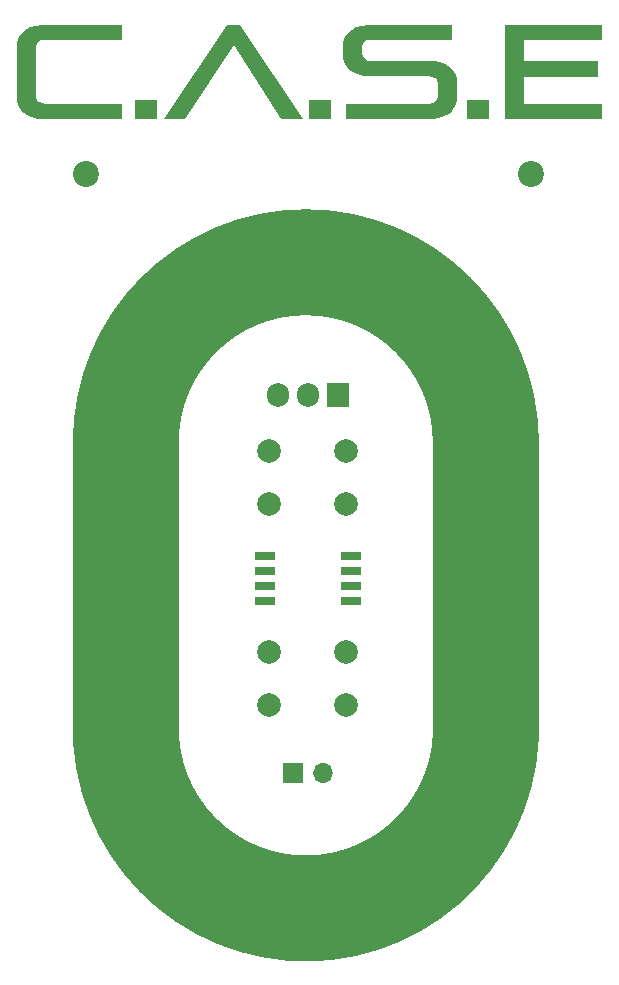
<source format=gbr>
%TF.GenerationSoftware,KiCad,Pcbnew,8.0.2*%
%TF.CreationDate,2024-06-06T14:13:48+02:00*%
%TF.ProjectId,nollbricka24,6e6f6c6c-6272-4696-936b-6132342e6b69,rev?*%
%TF.SameCoordinates,Original*%
%TF.FileFunction,Soldermask,Top*%
%TF.FilePolarity,Negative*%
%FSLAX46Y46*%
G04 Gerber Fmt 4.6, Leading zero omitted, Abs format (unit mm)*
G04 Created by KiCad (PCBNEW 8.0.2) date 2024-06-06 14:13:48*
%MOMM*%
%LPD*%
G01*
G04 APERTURE LIST*
G04 Aperture macros list*
%AMRotRect*
0 Rectangle, with rotation*
0 The origin of the aperture is its center*
0 $1 length*
0 $2 width*
0 $3 Rotation angle, in degrees counterclockwise*
0 Add horizontal line*
21,1,$1,$2,0,0,$3*%
G04 Aperture macros list end*
%ADD10C,9.000000*%
%ADD11C,0.300000*%
%ADD12R,1.700000X0.650000*%
%ADD13C,2.200000*%
%ADD14C,2.000000*%
%ADD15RotRect,2.000000X1.200000X5.000000*%
%ADD16RotRect,2.000000X1.200000X219.000000*%
%ADD17RotRect,2.000000X1.200000X39.000000*%
%ADD18RotRect,2.000000X1.200000X107.000000*%
%ADD19RotRect,2.000000X1.200000X355.000000*%
%ADD20R,2.000000X1.200000*%
%ADD21RotRect,2.000000X1.200000X73.000000*%
%ADD22RotRect,2.000000X1.200000X321.000000*%
%ADD23RotRect,2.000000X1.200000X253.000000*%
%ADD24RotRect,2.000000X1.200000X185.000000*%
%ADD25RotRect,2.000000X1.200000X287.000000*%
%ADD26RotRect,2.000000X1.200000X141.000000*%
%ADD27RotRect,2.000000X1.200000X175.000000*%
%ADD28R,1.700000X1.700000*%
%ADD29O,1.700000X1.700000*%
%ADD30R,1.905000X2.000000*%
%ADD31O,1.905000X2.000000*%
G04 APERTURE END LIST*
D10*
X115068538Y-61670000D02*
X115068538Y-85470000D01*
X84588538Y-62000000D02*
G75*
G02*
X115068538Y-62000000I15240000J0D01*
G01*
X115068538Y-85470000D02*
G75*
G02*
X84588545Y-85800000I-15233658J-750460D01*
G01*
X84588538Y-62000000D02*
X84588538Y-85800000D01*
D11*
G36*
X84288346Y-34640000D02*
G01*
X84288346Y-33350397D01*
X77873552Y-33350397D01*
X77454950Y-33308693D01*
X77092969Y-33115632D01*
X76952090Y-32726815D01*
X76951291Y-32686057D01*
X76951291Y-28592547D01*
X77051935Y-28214892D01*
X77412118Y-27980979D01*
X77813659Y-27928859D01*
X77873552Y-27928206D01*
X84288346Y-27928206D01*
X84288346Y-26636650D01*
X77873552Y-26636650D01*
X77390616Y-26657693D01*
X76963808Y-26719262D01*
X76478784Y-26860356D01*
X76085730Y-27063801D01*
X75780179Y-27324055D01*
X75514491Y-27720819D01*
X75369830Y-28186867D01*
X75335380Y-28602316D01*
X75335380Y-32674333D01*
X75369830Y-33090344D01*
X75476155Y-33468641D01*
X75716941Y-33880143D01*
X76001313Y-34153578D01*
X76372073Y-34371515D01*
X76833685Y-34528481D01*
X77242203Y-34602901D01*
X77706220Y-34637638D01*
X77873552Y-34640000D01*
X84288346Y-34640000D01*
G37*
G36*
X87238799Y-34640000D02*
G01*
X87238799Y-33059260D01*
X85355198Y-33059260D01*
X85355198Y-34640000D01*
X87238799Y-34640000D01*
G37*
G36*
X99589672Y-34640000D02*
G01*
X94296441Y-26636650D01*
X93143614Y-26636650D01*
X87819120Y-34640000D01*
X89626517Y-34640000D01*
X93725889Y-28348304D01*
X97758827Y-34640000D01*
X99589672Y-34640000D01*
G37*
G36*
X101963712Y-34640000D02*
G01*
X101963712Y-33059260D01*
X100080111Y-33059260D01*
X100080111Y-34640000D01*
X101963712Y-34640000D01*
G37*
G36*
X110133147Y-34640000D02*
G01*
X110616083Y-34619002D01*
X111042891Y-34557542D01*
X111527914Y-34416627D01*
X111920969Y-34213316D01*
X112226519Y-33953058D01*
X112492208Y-33555956D01*
X112636869Y-33089035D01*
X112671318Y-32672379D01*
X112671318Y-31693454D01*
X112636869Y-31276714D01*
X112530543Y-30897711D01*
X112289758Y-30485393D01*
X112005385Y-30211387D01*
X111634625Y-29992977D01*
X111173013Y-29835658D01*
X110764495Y-29761065D01*
X110300478Y-29726247D01*
X110133147Y-29723879D01*
X105496441Y-29723879D01*
X105077534Y-29682541D01*
X104714609Y-29491180D01*
X104573030Y-29105798D01*
X104572226Y-29065401D01*
X104572226Y-28586685D01*
X104693092Y-28185997D01*
X105034630Y-27980515D01*
X105436543Y-27928853D01*
X105496441Y-27928206D01*
X112233635Y-27928206D01*
X112233635Y-26636650D01*
X105496441Y-26636650D01*
X105013505Y-26657689D01*
X104586697Y-26719236D01*
X104101673Y-26860237D01*
X103708619Y-27063474D01*
X103403068Y-27323360D01*
X103137380Y-27719368D01*
X102992719Y-28184249D01*
X102958269Y-28598408D01*
X102958269Y-29053677D01*
X102992719Y-29467753D01*
X103099044Y-29844596D01*
X103339830Y-30254852D01*
X103624202Y-30527664D01*
X103994962Y-30745236D01*
X104456574Y-30902025D01*
X104865092Y-30976395D01*
X105329109Y-31011120D01*
X105496441Y-31013482D01*
X110133147Y-31013482D01*
X110550924Y-31055797D01*
X110913155Y-31250744D01*
X111054603Y-31640961D01*
X111055408Y-31681730D01*
X111055408Y-32682149D01*
X110954763Y-33061739D01*
X110594581Y-33297205D01*
X110193039Y-33349739D01*
X110133147Y-33350397D01*
X103216189Y-33350397D01*
X103216189Y-34640000D01*
X110133147Y-34640000D01*
G37*
G36*
X115328681Y-34640000D02*
G01*
X115328681Y-33059260D01*
X113445080Y-33059260D01*
X113445080Y-34640000D01*
X115328681Y-34640000D01*
G37*
G36*
X124924494Y-34640000D02*
G01*
X124924494Y-33350397D01*
X118306489Y-33350397D01*
X118306489Y-31054515D01*
X124588415Y-31054515D01*
X124588415Y-29762958D01*
X118306489Y-29762958D01*
X118306489Y-27928206D01*
X124924494Y-27928206D01*
X124924494Y-26636650D01*
X116690579Y-26636650D01*
X116690579Y-34640000D01*
X124924494Y-34640000D01*
G37*
D12*
%TO.C,U1*%
X96350000Y-71595000D03*
X96350000Y-72865000D03*
X96350000Y-74135000D03*
X96350000Y-75405000D03*
X103650000Y-75405000D03*
X103650000Y-74135000D03*
X103650000Y-72865000D03*
X103650000Y-71595000D03*
%TD*%
D13*
%TO.C,*%
X81217000Y-39324349D03*
%TD*%
D14*
%TO.C,SW2*%
X96750000Y-79750000D03*
X103250000Y-79750000D03*
X96750000Y-84250000D03*
X103250000Y-84250000D03*
%TD*%
D15*
%TO.C,D6*%
X112415516Y-59069810D03*
X112703130Y-62357253D03*
X117584484Y-61930190D03*
X117296870Y-58642747D03*
%TD*%
D16*
%TO.C,D13*%
X91399621Y-95335690D03*
X89322864Y-92771108D03*
X85514849Y-95854778D03*
X87591606Y-98419360D03*
%TD*%
D17*
%TO.C,D5*%
X108771883Y-52627075D03*
X110848640Y-55191657D03*
X114656655Y-52107987D03*
X112579898Y-49543405D03*
%TD*%
D18*
%TO.C,D3*%
X94809911Y-50288125D03*
X97965718Y-49323298D03*
X96533097Y-44637405D03*
X93377290Y-45602232D03*
%TD*%
D19*
%TO.C,D9*%
X112760475Y-85605512D03*
X112472861Y-88892955D03*
X117354215Y-89320018D03*
X117641829Y-86032575D03*
%TD*%
D13*
%TO.C,*%
X118936000Y-39324349D03*
%TD*%
D14*
%TO.C,SW1*%
X96750000Y-62750000D03*
X103250000Y-62750000D03*
X96750000Y-67250000D03*
X103250000Y-67250000D03*
%TD*%
D20*
%TO.C,D7*%
X112550000Y-67350000D03*
X112550000Y-70650000D03*
X117450000Y-70650000D03*
X117450000Y-67350000D03*
%TD*%
D21*
%TO.C,D4*%
X102148441Y-49323298D03*
X105304248Y-50288125D03*
X106736869Y-45602232D03*
X103581062Y-44637405D03*
%TD*%
D20*
%TO.C,D16*%
X87450000Y-70650000D03*
X87450000Y-67350000D03*
X82550000Y-67350000D03*
X82550000Y-70650000D03*
%TD*%
D22*
%TO.C,D10*%
X110905985Y-92771108D03*
X108829228Y-95335690D03*
X112637243Y-98419360D03*
X114714000Y-95854778D03*
%TD*%
D13*
%TO.C,*%
X118936000Y-39324349D03*
%TD*%
D23*
%TO.C,D12*%
X98023063Y-98639467D03*
X94867256Y-97674640D03*
X93434635Y-102360533D03*
X96590442Y-103325360D03*
%TD*%
D24*
%TO.C,D14*%
X87755988Y-88892955D03*
X87468374Y-85605512D03*
X82587020Y-86032575D03*
X82874634Y-89320018D03*
%TD*%
D20*
%TO.C,D8*%
X112550000Y-76850000D03*
X112550000Y-80150000D03*
X117450000Y-80150000D03*
X117450000Y-76850000D03*
%TD*%
D13*
%TO.C,*%
X81217000Y-39324349D03*
%TD*%
D25*
%TO.C,D11*%
X105361593Y-97674640D03*
X102205786Y-98639467D03*
X103638407Y-103325360D03*
X106794214Y-102360533D03*
%TD*%
D20*
%TO.C,D15*%
X87450000Y-80150000D03*
X87450000Y-76850000D03*
X82550000Y-76850000D03*
X82550000Y-80150000D03*
%TD*%
D26*
%TO.C,D2*%
X89265519Y-55191657D03*
X91342276Y-52627075D03*
X87534261Y-49543405D03*
X85457504Y-52107987D03*
%TD*%
D27*
%TO.C,D1*%
X87411029Y-62357253D03*
X87698643Y-59069810D03*
X82817289Y-58642747D03*
X82529675Y-61930190D03*
%TD*%
D28*
%TO.C,J1*%
X98725000Y-90000000D03*
D29*
X101265000Y-90000000D03*
%TD*%
D30*
%TO.C,VR1*%
X102540000Y-58000000D03*
D31*
X100000000Y-58000000D03*
X97460000Y-58000000D03*
%TD*%
M02*

</source>
